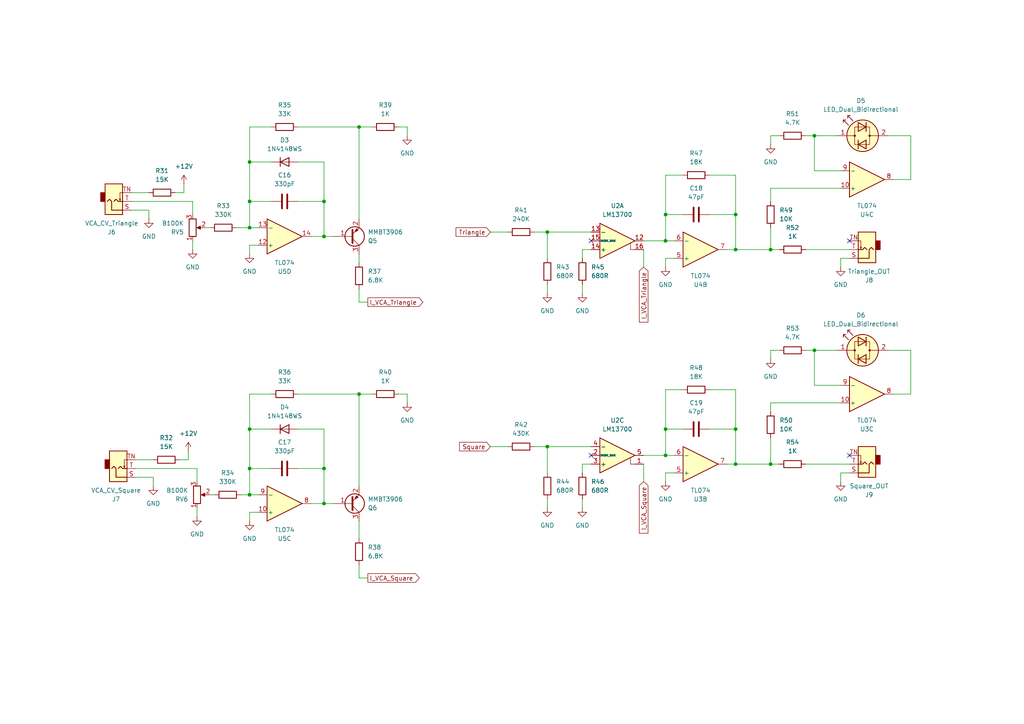
<source format=kicad_sch>
(kicad_sch (version 20250114) (generator "eeschema") (generator_version "9.0")
  (paper "A4")
  (lib_symbols
    (symbol "Amplifier_Operational:LM13700" (pin_names (offset 0.127))
      (property "Reference" "U" (at 3.81 5.08 0))
      (property "Value" "LM13700" (at 5.08 -5.08 0))
      (symbol "LM13700_1_1"
        (polyline (pts (xy 3.81 -0.635) (xy 3.81 -2.54) (xy 5.08 -2.54)))
        (polyline (pts (xy 5.08 0) (xy -5.08 -5.08) (xy -5.08 5.08) (xy 5.08 0)) (stroke (width 0.254)) (fill (type background)))
        (pin input line (at -7.62 2.54 0) (length 2.54) (name "-") (number "13"))
        (pin input line (at -7.62 0 0) (length 2.54) (name "DIODE_BIAS") (number "15"))
        (pin input line (at -7.62 -2.54 0) (length 2.54) (name "+") (number "14"))
        (pin output line (at 7.62 0 180) (length 2.54) (name "~") (number "12"))
        (pin input line (at 7.62 -2.54 180) (length 2.54) (name "~") (number "16"))
      )
      (symbol "LM13700_2_0"
        (polyline (pts (xy -1.905 2.54) (xy -3.175 2.54)))
      )
      (symbol "LM13700_2_1"
        (polyline (pts (xy -3.81 1.27) (xy -3.81 -1.27)))
        (polyline (pts (xy -3.81 0.635) (xy -2.54 1.27) (xy -2.54 1.905) (xy -2.54 2.54)))
        (polyline (pts (xy -3.81 -0.635) (xy -2.54 -1.27)))
        (circle (center -2.54 1.905) (radius 0.254) (stroke (width 0.254)) (fill (type outline)))
        (polyline (pts (xy -2.54 0) (xy -2.54 -2.54)))
        (polyline (pts (xy -2.54 -0.635) (xy -1.27 0) (xy -1.27 1.905) (xy -2.54 1.905)))
        (polyline (pts (xy -2.54 -1.27) (xy -3.175 -0.635) (xy -3.175 -1.27) (xy -2.54 -1.27)) (fill (type outline)))
        (polyline (pts (xy -2.54 -1.905) (xy -1.27 -2.54)))
        (polyline (pts (xy -1.27 -2.54) (xy -1.905 -1.905) (xy -1.905 -2.54) (xy -1.27 -2.54)) (fill (type outline)))
        (text "V+" (at -2.54 3.81 0) (effects (font (size 1.27 1.27))))
        (pin input line (at -7.62 0 0) (length 3.81) (name "~") (number "10"))
        (pin output line (at 2.54 -2.54 180) (length 3.81) (name "~") (number "9"))
      )
      (symbol "LM13700_3_1"
        (polyline (pts (xy 3.81 -0.635) (xy 3.81 -2.54) (xy 5.08 -2.54)))
        (polyline (pts (xy 5.08 0) (xy -5.08 -5.08) (xy -5.08 5.08) (xy 5.08 0)) (stroke (width 0.254)) (fill (type background)))
        (pin input line (at -7.62 2.54 0) (length 2.54) (name "-") (number "4"))
        (pin input line (at -7.62 0 0) (length 2.54) (name "DIODE_BIAS") (number "2"))
        (pin input line (at -7.62 -2.54 0) (length 2.54) (name "+") (number "3"))
        (pin output line (at 7.62 0 180) (length 2.54) (name "~") (number "5"))
        (pin input line (at 7.62 -2.54 180) (length 2.54) (name "~") (number "1"))
      )
      (symbol "LM13700_4_0"
        (polyline (pts (xy -3.175 2.54) (xy -1.905 2.54)))
        (text "V+" (at -2.54 3.81 0) (effects (font (size 1.27 1.27))))
      )
      (symbol "LM13700_4_1"
        (polyline (pts (xy -3.81 1.27) (xy -3.81 -1.27)))
        (polyline (pts (xy -3.81 0.635) (xy -2.54 1.27) (xy -2.54 2.54)))
        (polyline (pts (xy -3.81 -0.635) (xy -2.54 -1.27)))
        (circle (center -2.54 1.905) (radius 0.254) (stroke (width 0.254)) (fill (type outline)))
        (polyline (pts (xy -2.54 0) (xy -2.54 -2.54)))
        (polyline (pts (xy -2.54 -0.635) (xy -1.27 0) (xy -1.27 1.905) (xy -2.54 1.905)))
        (polyline (pts (xy -2.54 -1.27) (xy -3.175 -0.635) (xy -3.175 -1.27) (xy -2.54 -1.27)) (fill (type outline)))
        (polyline (pts (xy -2.54 -1.905) (xy -1.27 -2.54)))
        (polyline (pts (xy -1.27 -2.54) (xy -1.905 -1.905) (xy -1.905 -2.54) (xy -1.27 -2.54)) (fill (type outline)))
        (pin input line (at -7.62 0 0) (length 3.81) (name "~") (number "7"))
        (pin output line (at 2.54 -2.54 180) (length 3.81) (name "~") (number "8"))
      )
      (symbol "LM13700_5_1"
        (pin power_in line (at -2.54 7.62 270) (length 3.81) (name "V+") (number "11"))
        (pin power_in line (at -2.54 -7.62 90) (length 3.81) (name "V-") (number "6"))
      )
    )
    (symbol "Amplifier_Operational:TL074" (pin_names (offset 0.127))
      (property "Reference" "U" (at 0 5.08 0))
      (property "Value" "TL074" (at 0 -5.08 0))
      (symbol "TL074_1_1"
        (polyline (pts (xy -5.08 5.08) (xy 5.08 0) (xy -5.08 -5.08) (xy -5.08 5.08)) (stroke (width 0.254)) (fill (type background)))
        (pin input line (at -7.62 2.54 0) (length 2.54) (name "+") (number "3"))
        (pin input line (at -7.62 -2.54 0) (length 2.54) (name "-") (number "2"))
        (pin output line (at 7.62 0 180) (length 2.54) (name "~") (number "1"))
      )
      (symbol "TL074_2_1"
        (polyline (pts (xy -5.08 5.08) (xy 5.08 0) (xy -5.08 -5.08) (xy -5.08 5.08)) (stroke (width 0.254)) (fill (type background)))
        (pin input line (at -7.62 2.54 0) (length 2.54) (name "+") (number "5"))
        (pin input line (at -7.62 -2.54 0) (length 2.54) (name "-") (number "6"))
        (pin output line (at 7.62 0 180) (length 2.54) (name "~") (number "7"))
      )
      (symbol "TL074_3_1"
        (polyline (pts (xy -5.08 5.08) (xy 5.08 0) (xy -5.08 -5.08) (xy -5.08 5.08)) (stroke (width 0.254)) (fill (type background)))
        (pin input line (at -7.62 2.54 0) (length 2.54) (name "+") (number "10"))
        (pin input line (at -7.62 -2.54 0) (length 2.54) (name "-") (number "9"))
        (pin output line (at 7.62 0 180) (length 2.54) (name "~") (number "8"))
      )
      (symbol "TL074_4_1"
        (polyline (pts (xy -5.08 5.08) (xy 5.08 0) (xy -5.08 -5.08) (xy -5.08 5.08)) (stroke (width 0.254)) (fill (type background)))
        (pin input line (at -7.62 2.54 0) (length 2.54) (name "+") (number "12"))
        (pin input line (at -7.62 -2.54 0) (length 2.54) (name "-") (number "13"))
        (pin output line (at 7.62 0 180) (length 2.54) (name "~") (number "14"))
      )
      (symbol "TL074_5_1"
        (pin power_in line (at -2.54 7.62 270) (length 3.81) (name "V+") (number "4"))
        (pin power_in line (at -2.54 -7.62 90) (length 3.81) (name "V-") (number "11"))
      )
    )
    (symbol "Connector_Audio:AudioJack2_SwitchT"
      (property "Reference" "J" (at 0 8.89 0))
      (property "Value" "AudioJack2_SwitchT" (at 0 6.35 0))
      (symbol "AudioJack2_SwitchT_0_1"
        (rectangle (start -2.54 0) (end -3.81 -2.54) (stroke (width 0.254)) (fill (type outline)))
        (polyline (pts (xy 0 0) (xy 0.635 -0.635) (xy 1.27 0) (xy 2.54 0)) (stroke (width 0.254)))
        (polyline (pts (xy 1.778 -0.254) (xy 2.032 -0.762)))
        (rectangle (start 2.54 3.81) (end -2.54 -5.08) (stroke (width 0.254)) (fill (type background)))
        (polyline (pts (xy 2.54 2.54) (xy -0.635 2.54) (xy -0.635 0) (xy -1.27 -0.635) (xy -1.905 0)) (stroke (width 0.254)))
        (polyline (pts (xy 2.54 -2.54) (xy 1.778 -2.54) (xy 1.778 -0.254) (xy 1.524 -0.762)))
      )
      (symbol "AudioJack2_SwitchT_1_1"
        (pin passive line (at 5.08 2.54 180) (length 2.54) (name "~") (number "S"))
        (pin passive line (at 5.08 0 180) (length 2.54) (name "~") (number "T"))
        (pin passive line (at 5.08 -2.54 180) (length 2.54) (name "~") (number "TN"))
      )
    )
    (symbol "Device:C" (pin_numbers (hide yes)) (pin_names (offset 0.254))
      (property "Reference" "C" (at 0.635 2.54 0))
      (property "Value" "C" (at 0.635 -2.54 0))
      (symbol "C_0_1"
        (polyline (pts (xy -2.032 0.762) (xy 2.032 0.762)) (stroke (width 0.508)))
        (polyline (pts (xy -2.032 -0.762) (xy 2.032 -0.762)) (stroke (width 0.508)))
      )
      (symbol "C_1_1"
        (pin passive line (at 0 3.81 270) (length 2.794) (name "~") (number "1"))
        (pin passive line (at 0 -3.81 90) (length 2.794) (name "~") (number "2"))
      )
    )
    (symbol "Device:LED_Dual_Bidirectional" (pin_names (offset 0) (hide yes))
      (property "Reference" "D" (at 0 5.715 0))
      (property "Value" "LED_Dual_Bidirectional" (at 0 -6.35 0))
      (symbol "LED_Dual_Bidirectional_0_1"
        (polyline (pts (xy -4.572 0) (xy -2.54 0)))
        (circle (center -2.032 0) (radius 0.254) (fill (type outline)))
        (polyline (pts (xy -2.032 0) (xy -2.54 0)))
        (polyline (pts (xy -1.016 3.81) (xy -1.016 1.27)) (stroke (width 0.254)))
        (polyline (pts (xy -1.016 -1.27) (xy -1.016 -3.81) (xy 1.27 -2.54) (xy -1.016 -1.27)) (stroke (width 0.254)))
        (circle (center 0 0) (radius 4.572) (stroke (width 0.254)) (fill (type background)))
        (polyline (pts (xy 1.27 3.81) (xy 1.27 1.27) (xy -1.016 2.54) (xy 1.27 3.81)) (stroke (width 0.254)))
        (polyline (pts (xy 1.27 -1.27) (xy 1.27 -3.81)) (stroke (width 0.254)))
        (polyline (pts (xy 2.286 2.54) (xy -2.032 2.54) (xy -2.032 -2.54) (xy 2.286 -2.54) (xy 2.286 2.54)))
        (circle (center 2.286 0) (radius 0.254) (fill (type outline)))
        (polyline (pts (xy 2.794 4.318) (xy 4.318 5.842) (xy 3.556 5.842)) (stroke (width 0.2032)))
        (polyline (pts (xy 4.064 3.048) (xy 5.588 4.572) (xy 4.826 4.572)) (stroke (width 0.2032)))
        (polyline (pts (xy 4.064 0) (xy 2.286 0)) (fill (type outline)))
        (polyline (pts (xy 4.318 5.842) (xy 4.318 5.08)) (stroke (width 0.2032)))
        (polyline (pts (xy 5.588 4.572) (xy 5.588 3.81)) (stroke (width 0.2032)))
      )
      (symbol "LED_Dual_Bidirectional_1_1"
        (pin input line (at -7.62 0 0) (length 3.048) (name "AK") (number "2"))
        (pin input line (at 7.62 0 180) (length 3.81) (name "KA") (number "1"))
      )
    )
    (symbol "Device:R" (pin_numbers (hide yes)) (pin_names (offset 0))
      (property "Reference" "R" (at 2.032 0 90))
      (property "Value" "R" (at 0 0 90))
      (symbol "R_0_1"
        (rectangle (start -1.016 -2.54) (end 1.016 2.54) (stroke (width 0.254)))
      )
      (symbol "R_1_1"
        (pin passive line (at 0 3.81 270) (length 1.27) (name "~") (number "1"))
        (pin passive line (at 0 -3.81 90) (length 1.27) (name "~") (number "2"))
      )
    )
    (symbol "Device:R_Potentiometer" (pin_names (offset 1.016) (hide yes))
      (property "Reference" "RV" (at -4.445 0 90))
      (property "Value" "R_Potentiometer" (at -2.54 0 90))
      (symbol "R_Potentiometer_0_1"
        (rectangle (start 1.016 2.54) (end -1.016 -2.54) (stroke (width 0.254)))
        (polyline (pts (xy 1.143 0) (xy 2.286 0.508) (xy 2.286 -0.508) (xy 1.143 0)) (fill (type outline)))
        (polyline (pts (xy 2.54 0) (xy 1.524 0)))
      )
      (symbol "R_Potentiometer_1_1"
        (pin passive line (at 0 3.81 270) (length 1.27) (name "1") (number "1"))
        (pin passive line (at 0 -3.81 90) (length 1.27) (name "3") (number "3"))
        (pin passive line (at 3.81 0 180) (length 1.27) (name "2") (number "2"))
      )
    )
    (symbol "Diode:1N4148WS" (pin_numbers (hide yes)) (pin_names (hide yes))
      (property "Reference" "D" (at 0 2.54 0))
      (property "Value" "1N4148WS" (at 0 -2.54 0))
      (symbol "1N4148WS_0_1"
        (polyline (pts (xy -1.27 1.27) (xy -1.27 -1.27)) (stroke (width 0.254)))
        (polyline (pts (xy 1.27 1.27) (xy 1.27 -1.27) (xy -1.27 0) (xy 1.27 1.27)) (stroke (width 0.254)))
        (polyline (pts (xy 1.27 0) (xy -1.27 0)))
      )
      (symbol "1N4148WS_1_1"
        (pin passive line (at -3.81 0 0) (length 2.54) (name "K") (number "1"))
        (pin passive line (at 3.81 0 180) (length 2.54) (name "A") (number "2"))
      )
    )
    (symbol "Transistor_BJT:MMBT3906" (pin_names (offset 0) (hide yes))
      (property "Reference" "Q" (at 5.08 1.905 0))
      (property "Value" "MMBT3906" (at 5.08 0 0))
      (symbol "MMBT3906_0_1"
        (polyline (pts (xy 0.635 1.905) (xy 0.635 -1.905) (xy 0.635 -1.905)) (stroke (width 0.508)))
        (polyline (pts (xy 0.635 0.635) (xy 2.54 2.54)))
        (polyline (pts (xy 0.635 -0.635) (xy 2.54 -2.54) (xy 2.54 -2.54)))
        (circle (center 1.27 0) (radius 2.8194) (stroke (width 0.254)))
        (polyline (pts (xy 2.286 -1.778) (xy 1.778 -2.286) (xy 1.27 -1.27) (xy 2.286 -1.778) (xy 2.286 -1.778)) (fill (type outline)))
      )
      (symbol "MMBT3906_1_1"
        (pin input line (at -5.08 0 0) (length 5.715) (name "B") (number "1"))
        (pin passive line (at 2.54 5.08 270) (length 2.54) (name "C") (number "3"))
        (pin passive line (at 2.54 -5.08 90) (length 2.54) (name "E") (number "2"))
      )
    )
    (symbol "power:+12V" (power) (pin_numbers (hide yes)) (pin_names (offset 0) (hide yes))
      (property "Value" "+12V" (at 0 3.556 0))
      (symbol "+12V_0_1"
        (polyline (pts (xy -0.762 1.27) (xy 0 2.54)))
        (polyline (pts (xy 0 2.54) (xy 0.762 1.27)))
        (polyline (pts (xy 0 0) (xy 0 2.54)))
      )
      (symbol "+12V_1_1"
        (pin power_in line (at 0 0 90) (length 0) (name "~") (number "1"))
      )
    )
    (symbol "power:GND" (power) (pin_numbers (hide yes)) (pin_names (offset 0) (hide yes))
      (property "Value" "GND" (at 0 -3.81 0))
      (symbol "GND_0_1"
        (polyline (pts (xy 0 0) (xy 0 -1.27) (xy 1.27 -1.27) (xy 0 -2.54) (xy -1.27 -1.27) (xy 0 -1.27)))
      )
      (symbol "GND_1_1"
        (pin power_in line (at 0 0 270) (length 0) (name "~") (number "1"))
      )
    )
  )
  (junction (at 72.39 143.51))
  (junction (at 72.39 66.04))
  (junction (at 193.04 62.23))
  (junction (at 104.14 36.83))
  (junction (at 193.04 69.85))
  (junction (at 72.39 135.89))
  (junction (at 193.04 124.46))
  (junction (at 213.36 72.39))
  (junction (at 93.98 146.05))
  (junction (at 193.04 132.08))
  (junction (at 213.36 62.23))
  (junction (at 213.36 134.62))
  (junction (at 72.39 46.99))
  (junction (at 93.98 135.89))
  (junction (at 213.36 124.46))
  (junction (at 93.98 68.58))
  (junction (at 158.75 129.54))
  (junction (at 93.98 58.42))
  (junction (at 104.14 114.3))
  (junction (at 223.52 134.62))
  (junction (at 223.52 72.39))
  (junction (at 158.75 67.31))
  (junction (at 72.39 124.46))
  (junction (at 72.39 58.42))
  (junction (at 236.22 101.6))
  (junction (at 236.22 39.37))
  (no_connect (at 171.45 132.08))
  (no_connect (at 171.45 69.85))
  (no_connect (at 246.38 132.08))
  (no_connect (at 246.38 69.85))
  (wire (pts (xy 86.36 135.89) (xy 93.98 135.89)))
  (wire (pts (xy 86.36 46.99) (xy 93.98 46.99)))
  (wire (pts (xy 168.91 134.62) (xy 171.45 134.62)))
  (wire (pts (xy 78.74 114.3) (xy 72.39 114.3)))
  (wire (pts (xy 213.36 72.39) (xy 223.52 72.39)))
  (wire (pts (xy 168.91 72.39) (xy 171.45 72.39)))
  (wire (pts (xy 93.98 68.58) (xy 96.52 68.58)))
  (wire (pts (xy 72.39 71.12) (xy 74.93 71.12)))
  (wire (pts (xy 59.69 66.04) (xy 60.96 66.04)))
  (wire (pts (xy 236.22 49.53) (xy 243.84 49.53)))
  (wire (pts (xy 72.39 148.59) (xy 74.93 148.59)))
  (wire (pts (xy 223.52 72.39) (xy 226.06 72.39)))
  (wire (pts (xy 93.98 68.58) (xy 90.17 68.58)))
  (wire (pts (xy 186.69 132.08) (xy 193.04 132.08)))
  (wire (pts (xy 93.98 58.42) (xy 93.98 68.58)))
  (wire (pts (xy 193.04 50.8) (xy 193.04 62.23)))
  (wire (pts (xy 193.04 132.08) (xy 195.58 132.08)))
  (wire (pts (xy 186.69 134.62) (xy 186.69 139.7)))
  (wire (pts (xy 72.39 58.42) (xy 72.39 66.04)))
  (wire (pts (xy 257.81 101.6) (xy 264.16 101.6)))
  (wire (pts (xy 72.39 124.46) (xy 78.74 124.46)))
  (wire (pts (xy 195.58 137.16) (xy 193.04 137.16)))
  (wire (pts (xy 236.22 101.6) (xy 236.22 111.76)))
  (wire (pts (xy 168.91 137.16) (xy 168.91 134.62)))
  (wire (pts (xy 72.39 66.04) (xy 74.93 66.04)))
  (wire (pts (xy 78.74 58.42) (xy 72.39 58.42)))
  (wire (pts (xy 168.91 82.55) (xy 168.91 85.09)))
  (wire (pts (xy 72.39 114.3) (xy 72.39 124.46)))
  (wire (pts (xy 93.98 146.05) (xy 96.52 146.05)))
  (wire (pts (xy 104.14 114.3) (xy 107.95 114.3)))
  (wire (pts (xy 223.52 116.84) (xy 243.84 116.84)))
  (wire (pts (xy 205.74 50.8) (xy 213.36 50.8)))
  (wire (pts (xy 213.36 124.46) (xy 213.36 134.62)))
  (wire (pts (xy 213.36 50.8) (xy 213.36 62.23)))
  (wire (pts (xy 243.84 74.93) (xy 243.84 77.47)))
  (wire (pts (xy 86.36 114.3) (xy 104.14 114.3)))
  (wire (pts (xy 233.68 134.62) (xy 246.38 134.62)))
  (wire (pts (xy 60.96 143.51) (xy 62.23 143.51)))
  (wire (pts (xy 213.36 113.03) (xy 213.36 124.46)))
  (wire (pts (xy 54.61 133.35) (xy 52.07 133.35)))
  (wire (pts (xy 142.24 129.54) (xy 147.32 129.54)))
  (wire (pts (xy 55.88 58.42) (xy 38.1 58.42)))
  (wire (pts (xy 44.45 138.43) (xy 44.45 140.97)))
  (wire (pts (xy 236.22 111.76) (xy 243.84 111.76)))
  (wire (pts (xy 205.74 113.03) (xy 213.36 113.03)))
  (wire (pts (xy 44.45 133.35) (xy 39.37 133.35)))
  (wire (pts (xy 210.82 72.39) (xy 213.36 72.39)))
  (wire (pts (xy 186.69 72.39) (xy 186.69 77.47)))
  (wire (pts (xy 158.75 129.54) (xy 171.45 129.54)))
  (wire (pts (xy 142.24 67.31) (xy 147.32 67.31)))
  (wire (pts (xy 68.58 66.04) (xy 72.39 66.04)))
  (wire (pts (xy 86.36 58.42) (xy 93.98 58.42)))
  (wire (pts (xy 104.14 73.66) (xy 104.14 76.2)))
  (wire (pts (xy 233.68 72.39) (xy 246.38 72.39)))
  (wire (pts (xy 198.12 50.8) (xy 193.04 50.8)))
  (wire (pts (xy 264.16 101.6) (xy 264.16 114.3)))
  (wire (pts (xy 72.39 46.99) (xy 78.74 46.99)))
  (wire (pts (xy 226.06 39.37) (xy 223.52 39.37)))
  (wire (pts (xy 93.98 124.46) (xy 93.98 135.89)))
  (wire (pts (xy 154.94 129.54) (xy 158.75 129.54)))
  (wire (pts (xy 186.69 69.85) (xy 193.04 69.85)))
  (wire (pts (xy 154.94 67.31) (xy 158.75 67.31)))
  (wire (pts (xy 118.11 36.83) (xy 118.11 39.37)))
  (wire (pts (xy 264.16 39.37) (xy 264.16 52.07)))
  (wire (pts (xy 193.04 74.93) (xy 193.04 77.47)))
  (wire (pts (xy 257.81 39.37) (xy 264.16 39.37)))
  (wire (pts (xy 43.18 55.88) (xy 38.1 55.88)))
  (wire (pts (xy 236.22 39.37) (xy 236.22 49.53)))
  (wire (pts (xy 233.68 39.37) (xy 236.22 39.37)))
  (wire (pts (xy 198.12 113.03) (xy 193.04 113.03)))
  (wire (pts (xy 233.68 101.6) (xy 236.22 101.6)))
  (wire (pts (xy 86.36 36.83) (xy 104.14 36.83)))
  (wire (pts (xy 243.84 137.16) (xy 243.84 139.7)))
  (wire (pts (xy 223.52 127) (xy 223.52 134.62)))
  (wire (pts (xy 193.04 137.16) (xy 193.04 139.7)))
  (wire (pts (xy 72.39 143.51) (xy 74.93 143.51)))
  (wire (pts (xy 55.88 62.23) (xy 55.88 58.42)))
  (wire (pts (xy 93.98 46.99) (xy 93.98 58.42)))
  (wire (pts (xy 242.57 39.37) (xy 236.22 39.37)))
  (wire (pts (xy 104.14 167.64) (xy 104.14 163.83)))
  (wire (pts (xy 198.12 62.23) (xy 193.04 62.23)))
  (wire (pts (xy 57.15 147.32) (xy 57.15 149.86)))
  (wire (pts (xy 246.38 137.16) (xy 243.84 137.16)))
  (wire (pts (xy 115.57 36.83) (xy 118.11 36.83)))
  (wire (pts (xy 226.06 101.6) (xy 223.52 101.6)))
  (wire (pts (xy 264.16 52.07) (xy 259.08 52.07)))
  (wire (pts (xy 57.15 135.89) (xy 39.37 135.89)))
  (wire (pts (xy 158.75 137.16) (xy 158.75 129.54)))
  (wire (pts (xy 198.12 124.46) (xy 193.04 124.46)))
  (wire (pts (xy 72.39 135.89) (xy 72.39 143.51)))
  (wire (pts (xy 93.98 146.05) (xy 90.17 146.05)))
  (wire (pts (xy 72.39 73.66) (xy 72.39 71.12)))
  (wire (pts (xy 104.14 87.63) (xy 104.14 83.82)))
  (wire (pts (xy 223.52 54.61) (xy 243.84 54.61)))
  (wire (pts (xy 72.39 36.83) (xy 72.39 46.99)))
  (wire (pts (xy 223.52 39.37) (xy 223.52 41.91)))
  (wire (pts (xy 57.15 139.7) (xy 57.15 135.89)))
  (wire (pts (xy 106.68 167.64) (xy 104.14 167.64)))
  (wire (pts (xy 69.85 143.51) (xy 72.39 143.51)))
  (wire (pts (xy 242.57 101.6) (xy 236.22 101.6)))
  (wire (pts (xy 168.91 144.78) (xy 168.91 147.32)))
  (wire (pts (xy 158.75 82.55) (xy 158.75 85.09)))
  (wire (pts (xy 223.52 58.42) (xy 223.52 54.61)))
  (wire (pts (xy 72.39 124.46) (xy 72.39 135.89)))
  (wire (pts (xy 223.52 119.38) (xy 223.52 116.84)))
  (wire (pts (xy 104.14 36.83) (xy 104.14 63.5)))
  (wire (pts (xy 118.11 114.3) (xy 118.11 116.84)))
  (wire (pts (xy 193.04 113.03) (xy 193.04 124.46)))
  (wire (pts (xy 195.58 74.93) (xy 193.04 74.93)))
  (wire (pts (xy 168.91 74.93) (xy 168.91 72.39)))
  (wire (pts (xy 39.37 138.43) (xy 44.45 138.43)))
  (wire (pts (xy 38.1 60.96) (xy 43.18 60.96)))
  (wire (pts (xy 205.74 124.46) (xy 213.36 124.46)))
  (wire (pts (xy 86.36 124.46) (xy 93.98 124.46)))
  (wire (pts (xy 72.39 151.13) (xy 72.39 148.59)))
  (wire (pts (xy 93.98 135.89) (xy 93.98 146.05)))
  (wire (pts (xy 53.34 55.88) (xy 50.8 55.88)))
  (wire (pts (xy 104.14 151.13) (xy 104.14 156.21)))
  (wire (pts (xy 55.88 69.85) (xy 55.88 72.39)))
  (wire (pts (xy 223.52 66.04) (xy 223.52 72.39)))
  (wire (pts (xy 158.75 67.31) (xy 171.45 67.31)))
  (wire (pts (xy 53.34 53.34) (xy 53.34 55.88)))
  (wire (pts (xy 78.74 36.83) (xy 72.39 36.83)))
  (wire (pts (xy 193.04 124.46) (xy 193.04 132.08)))
  (wire (pts (xy 223.52 101.6) (xy 223.52 104.14)))
  (wire (pts (xy 115.57 114.3) (xy 118.11 114.3)))
  (wire (pts (xy 193.04 69.85) (xy 195.58 69.85)))
  (wire (pts (xy 78.74 135.89) (xy 72.39 135.89)))
  (wire (pts (xy 246.38 74.93) (xy 243.84 74.93)))
  (wire (pts (xy 43.18 60.96) (xy 43.18 63.5)))
  (wire (pts (xy 106.68 87.63) (xy 104.14 87.63)))
  (wire (pts (xy 264.16 114.3) (xy 259.08 114.3)))
  (wire (pts (xy 72.39 46.99) (xy 72.39 58.42)))
  (wire (pts (xy 205.74 62.23) (xy 213.36 62.23)))
  (wire (pts (xy 158.75 74.93) (xy 158.75 67.31)))
  (wire (pts (xy 210.82 134.62) (xy 213.36 134.62)))
  (wire (pts (xy 223.52 134.62) (xy 226.06 134.62)))
  (wire (pts (xy 158.75 144.78) (xy 158.75 147.32)))
  (wire (pts (xy 193.04 62.23) (xy 193.04 69.85)))
  (wire (pts (xy 54.61 130.81) (xy 54.61 133.35)))
  (wire (pts (xy 213.36 62.23) (xy 213.36 72.39)))
  (wire (pts (xy 104.14 114.3) (xy 104.14 140.97)))
  (wire (pts (xy 213.36 134.62) (xy 223.52 134.62)))
  (wire (pts (xy 104.14 36.83) (xy 107.95 36.83)))
  (global_label "I_VCA_Square" (shape input) (at 186.69 139.7 270) (property "Intersheetrefs" "${INTERSHEET_REFS}" (effects (hide yes))))
  (global_label "I_VCA_Triangle" (shape input) (at 186.69 77.47 270) (property "Intersheetrefs" "${INTERSHEET_REFS}" (effects (hide yes))))
  (global_label "Triangle" (shape input) (at 142.24 67.31 180) (property "Intersheetrefs" "${INTERSHEET_REFS}" (effects (hide yes))))
  (global_label "I_VCA_Square" (shape output) (at 106.68 167.64 0) (property "Intersheetrefs" "${INTERSHEET_REFS}" (effects (hide yes))))
  (global_label "Square" (shape input) (at 142.24 129.54 180) (property "Intersheetrefs" "${INTERSHEET_REFS}" (effects (hide yes))))
  (global_label "I_VCA_Triangle" (shape output) (at 106.68 87.63 0) (property "Intersheetrefs" "${INTERSHEET_REFS}" (effects (hide yes))))
  (symbol (lib_id "power:GND") (at 158.75 85.09 0) (unit 1)
    (property "Reference" "#PWR049" (effects (hide yes)))
    (property "Value" "GND" (at 158.75 90.17 0))
    (property "Description" "Power symbol creates a global label with name \"GND\" , ground" (effects (hide yes)))
  )
  (symbol (lib_id "power:GND") (at 72.39 73.66 0) (unit 1)
    (property "Reference" "#PWR045" (effects (hide yes)))
    (property "Value" "GND" (at 72.39 78.74 0))
    (property "Description" "Power symbol creates a global label with name \"GND\" , ground" (effects (hide yes)))
  )
  (symbol (lib_id "power:GND") (at 243.84 139.7 0) (unit 1)
    (property "Reference" "#PWR058" (effects (hide yes)))
    (property "Value" "GND" (at 243.84 144.78 0))
    (property "Description" "Power symbol creates a global label with name \"GND\" , ground" (effects (hide yes)))
  )
  (symbol (lib_id "power:GND") (at 72.39 151.13 0) (unit 1)
    (property "Reference" "#PWR046" (effects (hide yes)))
    (property "Value" "GND" (at 72.39 156.21 0))
    (property "Description" "Power symbol creates a global label with name \"GND\" , ground" (effects (hide yes)))
  )
  (symbol (lib_id "Device:C") (at 82.55 58.42 90) (unit 1)
    (property "Reference" "C16" (at 82.55 50.8 90))
    (property "Value" "330pF" (at 82.55 53.34 90))
    (property "Footprint" "Capacitor_SMD:C_0402_1005Metric" (effects (hide yes)))
    (property "Description" "Unpolarized capacitor" (effects (hide yes)))
    (property "LCSC" "C13533" (effects (hide yes)))
  )
  (symbol (lib_id "power:GND") (at 193.04 139.7 0) (unit 1)
    (property "Reference" "#PWR054" (effects (hide yes)))
    (property "Value" "GND" (at 193.04 144.78 0))
    (property "Description" "Power symbol creates a global label with name \"GND\" , ground" (effects (hide yes)))
  )
  (symbol (lib_id "Device:R") (at 168.91 78.74 0) (unit 1)
    (property "Reference" "R45" (at 171.45 77.4699 0) (effects (justify left)))
    (property "Value" "680R" (at 171.45 80.0099 0) (effects (justify left)))
    (property "Footprint" "Resistor_SMD:R_0402_1005Metric" (effects (hide yes)))
    (property "Description" "Resistor" (effects (hide yes)))
    (property "LCSC" "C25130" (effects (hide yes)))
  )
  (symbol (lib_id "Device:R") (at 201.93 50.8 90) (unit 1)
    (property "Reference" "R47" (at 201.93 44.45 90))
    (property "Value" "18K" (at 201.93 46.99 90))
    (property "Footprint" "Resistor_SMD:R_0402_1005Metric" (effects (hide yes)))
    (property "Description" "Resistor" (effects (hide yes)))
    (property "LCSC" "C25762" (effects (hide yes)))
  )
  (symbol (lib_id "Device:R") (at 229.87 101.6 90) (unit 1)
    (property "Reference" "R53" (at 229.87 95.25 90))
    (property "Value" "4.7K" (at 229.87 97.79 90))
    (property "Footprint" "Resistor_SMD:R_0402_1005Metric" (effects (hide yes)))
    (property "Description" "Resistor" (effects (hide yes)))
    (property "LCSC" "C25900" (effects (hide yes)))
  )
  (symbol (lib_id "Amplifier_Operational:TL074") (at 251.46 52.07 0) (mirror x) (unit 3)
    (property "Reference" "U4" (at 251.46 62.23 0))
    (property "Value" "TL074" (at 251.46 59.69 0))
    (property "Footprint" "Package_SO:SOIC-14_3.9x8.7mm_P1.27mm" (effects (hide yes)))
    (property "Datasheet" "http://www.ti.com/lit/ds/symlink/tl071.pdf" (effects (hide yes)))
    (property "Description" "Quad Low-Noise JFET-Input Operational Amplifiers, DIP-14/SOIC-14" (effects (hide yes)))
    (property "LCSC" "C12594" (effects (hide yes)))
  )
  (symbol (lib_id "Device:C") (at 82.55 135.89 90) (unit 1)
    (property "Reference" "C17" (at 82.55 128.27 90))
    (property "Value" "330pF" (at 82.55 130.81 90))
    (property "Footprint" "Capacitor_SMD:C_0402_1005Metric" (effects (hide yes)))
    (property "Description" "Unpolarized capacitor" (effects (hide yes)))
    (property "LCSC" "C13533" (effects (hide yes)))
  )
  (symbol (lib_id "Device:R") (at 229.87 72.39 90) (unit 1)
    (property "Reference" "R52" (at 229.87 66.04 90))
    (property "Value" "1K" (at 229.87 68.58 90))
    (property "Footprint" "Resistor_SMD:R_0402_1005Metric" (effects (hide yes)))
    (property "Description" "Resistor" (effects (hide yes)))
    (property "LCSC" "C11702" (effects (hide yes)))
  )
  (symbol (lib_id "Transistor_BJT:MMBT3906") (at 101.6 146.05 0) (mirror x) (unit 1)
    (property "Reference" "Q6" (at 106.68 147.3201 0) (effects (justify left)))
    (property "Value" "MMBT3906" (at 106.68 144.7801 0) (effects (justify left)))
    (property "Footprint" "Package_TO_SOT_SMD:SOT-23" (effects (hide yes)))
    (property "Datasheet" "https://www.onsemi.com/pdf/datasheet/pzt3906-d.pdf" (effects (hide yes)))
    (property "Description" "-0.2A Ic, -40V Vce, Small Signal PNP Transistor, SOT-23" (effects (hide yes)))
    (property "LCSC" "C7420354" (effects (hide yes)))
  )
  (symbol (lib_id "Connector_Audio:AudioJack2_SwitchT") (at 251.46 134.62 180) (unit 1)
    (property "Reference" "J9" (at 252.095 143.51 0))
    (property "Value" "Square_OUT" (at 252.095 140.97 0))
    (property "Footprint" "kat_eurorack:AudioJack_PJ301M-12" (effects (hide yes)))
    (property "Description" "Audio Jack, 2 Poles (Mono / TS), Switched T Pole (Normalling)" (effects (hide yes)))
  )
  (symbol (lib_id "Amplifier_Operational:TL074") (at 203.2 72.39 0) (mirror x) (unit 2)
    (property "Reference" "U4" (at 203.2 82.55 0))
    (property "Value" "TL074" (at 203.2 80.01 0))
    (property "Footprint" "Package_SO:SOIC-14_3.9x8.7mm_P1.27mm" (effects (hide yes)))
    (property "Datasheet" "http://www.ti.com/lit/ds/symlink/tl071.pdf" (effects (hide yes)))
    (property "Description" "Quad Low-Noise JFET-Input Operational Amplifiers, DIP-14/SOIC-14" (effects (hide yes)))
    (property "LCSC" "C12594" (effects (hide yes)))
  )
  (symbol (lib_id "Device:R") (at 158.75 78.74 0) (unit 1)
    (property "Reference" "R43" (at 161.29 77.4699 0) (effects (justify left)))
    (property "Value" "680R" (at 161.29 80.0099 0) (effects (justify left)))
    (property "Footprint" "Resistor_SMD:R_0402_1005Metric" (effects (hide yes)))
    (property "Description" "Resistor" (effects (hide yes)))
    (property "LCSC" "C25130" (effects (hide yes)))
  )
  (symbol (lib_id "Diode:1N4148WS") (at 82.55 46.99 0) (unit 1)
    (property "Reference" "D3" (at 82.55 40.64 0))
    (property "Value" "1N4148WS" (at 82.55 43.18 0))
    (property "Footprint" "Diode_SMD:D_SOD-323" (effects (hide yes)))
    (property "Datasheet" "https://www.vishay.com/docs/85751/1n4148ws.pdf" (effects (hide yes)))
    (property "Description" "75V 0.15A Fast switching Diode, SOD-323" (effects (hide yes)))
    (property "Sim.Device" "D" (effects (hide yes)))
    (property "Sim.Pins" "1=K 2=A" (effects (hide yes)))
    (property "LCSC" "C2128" (effects (hide yes)))
  )
  (symbol (lib_id "Diode:1N4148WS") (at 82.55 124.46 0) (unit 1)
    (property "Reference" "D4" (at 82.55 118.11 0))
    (property "Value" "1N4148WS" (at 82.55 120.65 0))
    (property "Footprint" "Diode_SMD:D_SOD-323" (effects (hide yes)))
    (property "Datasheet" "https://www.vishay.com/docs/85751/1n4148ws.pdf" (effects (hide yes)))
    (property "Description" "75V 0.15A Fast switching Diode, SOD-323" (effects (hide yes)))
    (property "Sim.Device" "D" (effects (hide yes)))
    (property "Sim.Pins" "1=K 2=A" (effects (hide yes)))
    (property "LCSC" "C2128" (effects (hide yes)))
  )
  (symbol (lib_id "Device:R") (at 111.76 36.83 90) (unit 1)
    (property "Reference" "R39" (at 111.76 30.48 90))
    (property "Value" "1K" (at 111.76 33.02 90))
    (property "Footprint" "Resistor_SMD:R_0402_1005Metric" (effects (hide yes)))
    (property "Description" "Resistor" (effects (hide yes)))
    (property "LCSC" "C11702" (effects (hide yes)))
  )
  (symbol (lib_id "Device:R") (at 46.99 55.88 90) (unit 1)
    (property "Reference" "R31" (at 46.99 49.53 90))
    (property "Value" "15K" (at 46.99 52.07 90))
    (property "Footprint" "Resistor_SMD:R_0603_1608Metric" (effects (hide yes)))
    (property "Description" "Resistor" (effects (hide yes)))
    (property "LCSC" "C22809" (effects (hide yes)))
  )
  (symbol (lib_id "power:GND") (at 193.04 77.47 0) (unit 1)
    (property "Reference" "#PWR053" (effects (hide yes)))
    (property "Value" "GND" (at 193.04 82.55 0))
    (property "Description" "Power symbol creates a global label with name \"GND\" , ground" (effects (hide yes)))
  )
  (symbol (lib_id "Device:R") (at 104.14 160.02 0) (unit 1)
    (property "Reference" "R38" (at 106.68 158.7499 0) (effects (justify left)))
    (property "Value" "6.8K" (at 106.68 161.2899 0) (effects (justify left)))
    (property "Footprint" "Resistor_SMD:R_0402_1005Metric" (effects (hide yes)))
    (property "Description" "Resistor" (effects (hide yes)))
    (property "LCSC" "C25917" (effects (hide yes)))
  )
  (symbol (lib_id "Device:R") (at 48.26 133.35 90) (unit 1)
    (property "Reference" "R32" (at 48.26 127 90))
    (property "Value" "15K" (at 48.26 129.54 90))
    (property "Footprint" "Resistor_SMD:R_0603_1608Metric" (effects (hide yes)))
    (property "Description" "Resistor" (effects (hide yes)))
    (property "LCSC" "C22809" (effects (hide yes)))
  )
  (symbol (lib_id "Connector_Audio:AudioJack2_SwitchT") (at 33.02 58.42 0) (mirror x) (unit 1)
    (property "Reference" "J6" (at 32.385 67.31 0))
    (property "Value" "VCA_CV_Triangle" (at 32.385 64.77 0))
    (property "Footprint" "kat_eurorack:AudioJack_PJ301M-12" (effects (hide yes)))
    (property "Description" "Audio Jack, 2 Poles (Mono / TS), Switched T Pole (Normalling)" (effects (hide yes)))
  )
  (symbol (lib_id "power:+12V") (at 53.34 53.34 0) (unit 1)
    (property "Reference" "#PWR041" (effects (hide yes)))
    (property "Value" "+12V" (at 53.34 48.26 0))
    (property "Description" "Power symbol creates a global label with name \"+12V\"" (effects (hide yes)))
  )
  (symbol (lib_id "Amplifier_Operational:LM13700") (at 179.07 132.08 0) (unit 3)
    (property "Reference" "U2" (at 179.07 121.92 0))
    (property "Value" "LM13700" (at 179.07 124.46 0))
    (property "Footprint" "Package_SO:SOIC-16_3.9x9.9mm_P1.27mm" (effects (hide yes)))
    (property "Datasheet" "http://www.ti.com/lit/ds/symlink/lm13700.pdf" (effects (hide yes)))
    (property "Description" "Dual Operational Transconductance Amplifiers with Linearizing Diodes and Buffers, DIP-16/SOIC-16" (effects (hide yes)))
    (property "LCSC" "C174050" (effects (hide yes)))
  )
  (symbol (lib_id "Amplifier_Operational:TL074") (at 203.2 134.62 0) (mirror x) (unit 2)
    (property "Reference" "U3" (at 203.2 144.78 0))
    (property "Value" "TL074" (at 203.2 142.24 0))
    (property "Footprint" "Package_SO:SOIC-14_3.9x8.7mm_P1.27mm" (effects (hide yes)))
    (property "Datasheet" "http://www.ti.com/lit/ds/symlink/tl071.pdf" (effects (hide yes)))
    (property "Description" "Quad Low-Noise JFET-Input Operational Amplifiers, DIP-14/SOIC-14" (effects (hide yes)))
    (property "LCSC" "C12594" (effects (hide yes)))
  )
  (symbol (lib_id "Device:LED_Dual_Bidirectional") (at 250.19 101.6 0) (mirror y) (unit 1)
    (property "Reference" "D6" (at 249.6947 91.44 0))
    (property "Value" "LED_Dual_Bidirectional" (at 249.6947 93.98 0))
    (property "Footprint" "LED_THT:LED_D3.0mm" (effects (hide yes)))
    (property "Description" "Dual LED, bidirectional" (effects (hide yes)))
  )
  (symbol (lib_id "Device:R") (at 82.55 114.3 90) (unit 1)
    (property "Reference" "R36" (at 82.55 107.95 90))
    (property "Value" "33K" (at 82.55 110.49 90))
    (property "Footprint" "Resistor_SMD:R_0402_1005Metric" (effects (hide yes)))
    (property "Description" "Resistor" (effects (hide yes)))
    (property "LCSC" "C25779" (effects (hide yes)))
  )
  (symbol (lib_id "Device:R") (at 223.52 62.23 180) (unit 1)
    (property "Reference" "R49" (at 226.06 60.9599 0) (effects (justify right)))
    (property "Value" "10K" (at 226.06 63.4999 0) (effects (justify right)))
    (property "Footprint" "Resistor_SMD:R_0402_1005Metric" (effects (hide yes)))
    (property "Description" "Resistor" (effects (hide yes)))
    (property "LCSC" "C25744" (effects (hide yes)))
  )
  (symbol (lib_id "power:GND") (at 168.91 85.09 0) (unit 1)
    (property "Reference" "#PWR051" (effects (hide yes)))
    (property "Value" "GND" (at 168.91 90.17 0))
    (property "Description" "Power symbol creates a global label with name \"GND\" , ground" (effects (hide yes)))
  )
  (symbol (lib_id "Device:R") (at 64.77 66.04 90) (unit 1)
    (property "Reference" "R33" (at 64.77 59.69 90))
    (property "Value" "330K" (at 64.77 62.23 90))
    (property "Footprint" "Resistor_SMD:R_0402_1005Metric" (effects (hide yes)))
    (property "Description" "Resistor" (effects (hide yes)))
    (property "LCSC" "C25778" (effects (hide yes)))
  )
  (symbol (lib_id "power:GND") (at 223.52 41.91 0) (unit 1)
    (property "Reference" "#PWR055" (effects (hide yes)))
    (property "Value" "GND" (at 223.52 46.99 0))
    (property "Description" "Power symbol creates a global label with name \"GND\" , ground" (effects (hide yes)))
  )
  (symbol (lib_id "Connector_Audio:AudioJack2_SwitchT") (at 34.29 135.89 0) (mirror x) (unit 1)
    (property "Reference" "J7" (at 33.655 144.78 0))
    (property "Value" "VCA_CV_Square" (at 33.655 142.24 0))
    (property "Footprint" "kat_eurorack:AudioJack_PJ301M-12" (effects (hide yes)))
    (property "Description" "Audio Jack, 2 Poles (Mono / TS), Switched T Pole (Normalling)" (effects (hide yes)))
  )
  (symbol (lib_id "Amplifier_Operational:TL074") (at 82.55 68.58 0) (mirror x) (unit 4)
    (property "Reference" "U5" (at 82.55 78.74 0))
    (property "Value" "TL074" (at 82.55 76.2 0))
    (property "Footprint" "Package_SO:SOIC-14_3.9x8.7mm_P1.27mm" (effects (hide yes)))
    (property "Datasheet" "http://www.ti.com/lit/ds/symlink/tl071.pdf" (effects (hide yes)))
    (property "Description" "Quad Low-Noise JFET-Input Operational Amplifiers, DIP-14/SOIC-14" (effects (hide yes)))
    (property "LCSC" "C12594" (effects (hide yes)))
  )
  (symbol (lib_id "Device:R_Potentiometer") (at 57.15 143.51 0) (mirror x) (unit 1)
    (property "Reference" "RV6" (at 54.61 144.7801 0) (effects (justify right)))
    (property "Value" "B100K" (at 54.61 142.2401 0) (effects (justify right)))
    (property "Footprint" "kat_eurorack:Potentiometer_RV09" (effects (hide yes)))
    (property "Description" "Potentiometer" (effects (hide yes)))
  )
  (symbol (lib_id "Device:R") (at 151.13 129.54 90) (unit 1)
    (property "Reference" "R42" (at 151.13 123.19 90))
    (property "Value" "430K" (at 151.13 125.73 90))
    (property "Footprint" "Resistor_SMD:R_0603_1608Metric" (effects (hide yes)))
    (property "Description" "Resistor" (effects (hide yes)))
    (property "LCSC" "C25969" (effects (hide yes)))
  )
  (symbol (lib_id "Device:R") (at 158.75 140.97 0) (unit 1)
    (property "Reference" "R44" (at 161.29 139.6999 0) (effects (justify left)))
    (property "Value" "680R" (at 161.29 142.2399 0) (effects (justify left)))
    (property "Footprint" "Resistor_SMD:R_0402_1005Metric" (effects (hide yes)))
    (property "Description" "Resistor" (effects (hide yes)))
    (property "LCSC" "C25130" (effects (hide yes)))
  )
  (symbol (lib_id "power:GND") (at 118.11 39.37 0) (unit 1)
    (property "Reference" "#PWR047" (effects (hide yes)))
    (property "Value" "GND" (at 118.11 44.45 0))
    (property "Description" "Power symbol creates a global label with name \"GND\" , ground" (effects (hide yes)))
  )
  (symbol (lib_id "Device:R") (at 151.13 67.31 90) (unit 1)
    (property "Reference" "R41" (at 151.13 60.96 90))
    (property "Value" "240K" (at 151.13 63.5 90))
    (property "Footprint" "Resistor_SMD:R_0603_1608Metric" (effects (hide yes)))
    (property "Description" "Resistor" (effects (hide yes)))
    (property "LCSC" "C4197" (effects (hide yes)))
  )
  (symbol (lib_id "power:+12V") (at 54.61 130.81 0) (unit 1)
    (property "Reference" "#PWR042" (effects (hide yes)))
    (property "Value" "+12V" (at 54.61 125.73 0))
    (property "Description" "Power symbol creates a global label with name \"+12V\"" (effects (hide yes)))
  )
  (symbol (lib_id "power:GND") (at 118.11 116.84 0) (unit 1)
    (property "Reference" "#PWR048" (effects (hide yes)))
    (property "Value" "GND" (at 118.11 121.92 0))
    (property "Description" "Power symbol creates a global label with name \"GND\" , ground" (effects (hide yes)))
  )
  (symbol (lib_id "power:GND") (at 223.52 104.14 0) (unit 1)
    (property "Reference" "#PWR056" (effects (hide yes)))
    (property "Value" "GND" (at 223.52 109.22 0))
    (property "Description" "Power symbol creates a global label with name \"GND\" , ground" (effects (hide yes)))
  )
  (symbol (lib_id "Connector_Audio:AudioJack2_SwitchT") (at 251.46 72.39 180) (unit 1)
    (property "Reference" "J8" (at 252.095 81.28 0))
    (property "Value" "Triangle_OUT" (at 252.095 78.74 0))
    (property "Footprint" "kat_eurorack:AudioJack_PJ301M-12" (effects (hide yes)))
    (property "Description" "Audio Jack, 2 Poles (Mono / TS), Switched T Pole (Normalling)" (effects (hide yes)))
  )
  (symbol (lib_id "power:GND") (at 43.18 63.5 0) (unit 1)
    (property "Reference" "#PWR039" (effects (hide yes)))
    (property "Value" "GND" (at 43.18 68.58 0))
    (property "Description" "Power symbol creates a global label with name \"GND\" , ground" (effects (hide yes)))
  )
  (symbol (lib_id "power:GND") (at 243.84 77.47 0) (unit 1)
    (property "Reference" "#PWR057" (effects (hide yes)))
    (property "Value" "GND" (at 243.84 82.55 0))
    (property "Description" "Power symbol creates a global label with name \"GND\" , ground" (effects (hide yes)))
  )
  (symbol (lib_id "Device:C") (at 201.93 62.23 90) (unit 1)
    (property "Reference" "C18" (at 201.93 54.61 90))
    (property "Value" "47pF" (at 201.93 57.15 90))
    (property "Footprint" "Capacitor_SMD:C_0402_1005Metric" (effects (hide yes)))
    (property "Description" "Unpolarized capacitor" (effects (hide yes)))
    (property "LCSC" "C1567" (effects (hide yes)))
  )
  (symbol (lib_id "Device:R") (at 82.55 36.83 90) (unit 1)
    (property "Reference" "R35" (at 82.55 30.48 90))
    (property "Value" "33K" (at 82.55 33.02 90))
    (property "Footprint" "Resistor_SMD:R_0402_1005Metric" (effects (hide yes)))
    (property "Description" "Resistor" (effects (hide yes)))
    (property "LCSC" "C25779" (effects (hide yes)))
  )
  (symbol (lib_id "Device:R") (at 229.87 39.37 90) (unit 1)
    (property "Reference" "R51" (at 229.87 33.02 90))
    (property "Value" "4.7K" (at 229.87 35.56 90))
    (property "Footprint" "Resistor_SMD:R_0402_1005Metric" (effects (hide yes)))
    (property "Description" "Resistor" (effects (hide yes)))
    (property "LCSC" "C25900" (effects (hide yes)))
  )
  (symbol (lib_id "power:GND") (at 158.75 147.32 0) (unit 1)
    (property "Reference" "#PWR050" (effects (hide yes)))
    (property "Value" "GND" (at 158.75 152.4 0))
    (property "Description" "Power symbol creates a global label with name \"GND\" , ground" (effects (hide yes)))
  )
  (symbol (lib_id "Device:R") (at 66.04 143.51 90) (unit 1)
    (property "Reference" "R34" (at 66.04 137.16 90))
    (property "Value" "330K" (at 66.04 139.7 90))
    (property "Footprint" "Resistor_SMD:R_0402_1005Metric" (effects (hide yes)))
    (property "Description" "Resistor" (effects (hide yes)))
    (property "LCSC" "C25778" (effects (hide yes)))
  )
  (symbol (lib_id "power:GND") (at 57.15 149.86 0) (unit 1)
    (property "Reference" "#PWR044" (effects (hide yes)))
    (property "Value" "GND" (at 57.15 154.94 0))
    (property "Description" "Power symbol creates a global label with name \"GND\" , ground" (effects (hide yes)))
  )
  (symbol (lib_id "Amplifier_Operational:LM13700") (at 179.07 69.85 0) (unit 1)
    (property "Reference" "U2" (at 179.07 59.69 0))
    (property "Value" "LM13700" (at 179.07 62.23 0))
    (property "Footprint" "Package_SO:SOIC-16_3.9x9.9mm_P1.27mm" (effects (hide yes)))
    (property "Datasheet" "http://www.ti.com/lit/ds/symlink/lm13700.pdf" (effects (hide yes)))
    (property "Description" "Dual Operational Transconductance Amplifiers with Linearizing Diodes and Buffers, DIP-16/SOIC-16" (effects (hide yes)))
    (property "LCSC" "C174050" (effects (hide yes)))
  )
  (symbol (lib_id "Transistor_BJT:MMBT3906") (at 101.6 68.58 0) (mirror x) (unit 1)
    (property "Reference" "Q5" (at 106.68 69.8501 0) (effects (justify left)))
    (property "Value" "MMBT3906" (at 106.68 67.3101 0) (effects (justify left)))
    (property "Footprint" "Package_TO_SOT_SMD:SOT-23" (effects (hide yes)))
    (property "Datasheet" "https://www.onsemi.com/pdf/datasheet/pzt3906-d.pdf" (effects (hide yes)))
    (property "Description" "-0.2A Ic, -40V Vce, Small Signal PNP Transistor, SOT-23" (effects (hide yes)))
    (property "LCSC" "C7420354" (effects (hide yes)))
  )
  (symbol (lib_id "Amplifier_Operational:TL074") (at 251.46 114.3 0) (mirror x) (unit 3)
    (property "Reference" "U3" (at 251.46 124.46 0))
    (property "Value" "TL074" (at 251.46 121.92 0))
    (property "Footprint" "Package_SO:SOIC-14_3.9x8.7mm_P1.27mm" (effects (hide yes)))
    (property "Datasheet" "http://www.ti.com/lit/ds/symlink/tl071.pdf" (effects (hide yes)))
    (property "Description" "Quad Low-Noise JFET-Input Operational Amplifiers, DIP-14/SOIC-14" (effects (hide yes)))
    (property "LCSC" "C12594" (effects (hide yes)))
  )
  (symbol (lib_id "Device:R") (at 168.91 140.97 0) (unit 1)
    (property "Reference" "R46" (at 171.45 139.6999 0) (effects (justify left)))
    (property "Value" "680R" (at 171.45 142.2399 0) (effects (justify left)))
    (property "Footprint" "Resistor_SMD:R_0402_1005Metric" (effects (hide yes)))
    (property "Description" "Resistor" (effects (hide yes)))
    (property "LCSC" "C25130" (effects (hide yes)))
  )
  (symbol (lib_id "Device:R") (at 201.93 113.03 90) (unit 1)
    (property "Reference" "R48" (at 201.93 106.68 90))
    (property "Value" "18K" (at 201.93 109.22 90))
    (property "Footprint" "Resistor_SMD:R_0402_1005Metric" (effects (hide yes)))
    (property "Description" "Resistor" (effects (hide yes)))
    (property "LCSC" "C25762" (effects (hide yes)))
  )
  (symbol (lib_id "Amplifier_Operational:TL074") (at 82.55 146.05 0) (mirror x) (unit 3)
    (property "Reference" "U5" (at 82.55 156.21 0))
    (property "Value" "TL074" (at 82.55 153.67 0))
    (property "Footprint" "Package_SO:SOIC-14_3.9x8.7mm_P1.27mm" (effects (hide yes)))
    (property "Datasheet" "http://www.ti.com/lit/ds/symlink/tl071.pdf" (effects (hide yes)))
    (property "Description" "Quad Low-Noise JFET-Input Operational Amplifiers, DIP-14/SOIC-14" (effects (hide yes)))
    (property "LCSC" "C12594" (effects (hide yes)))
  )
  (symbol (lib_id "Device:R") (at 223.52 123.19 180) (unit 1)
    (property "Reference" "R50" (at 226.06 121.9199 0) (effects (justify right)))
    (property "Value" "10K" (at 226.06 124.4599 0) (effects (justify right)))
    (property "Footprint" "Resistor_SMD:R_0402_1005Metric" (effects (hide yes)))
    (property "Description" "Resistor" (effects (hide yes)))
    (property "LCSC" "C25744" (effects (hide yes)))
  )
  (symbol (lib_id "power:GND") (at 44.45 140.97 0) (unit 1)
    (property "Reference" "#PWR040" (effects (hide yes)))
    (property "Value" "GND" (at 44.45 146.05 0))
    (property "Description" "Power symbol creates a global label with name \"GND\" , ground" (effects (hide yes)))
  )
  (symbol (lib_id "Device:C") (at 201.93 124.46 90) (unit 1)
    (property "Reference" "C19" (at 201.93 116.84 90))
    (property "Value" "47pF" (at 201.93 119.38 90))
    (property "Footprint" "Capacitor_SMD:C_0402_1005Metric" (effects (hide yes)))
    (property "Description" "Unpolarized capacitor" (effects (hide yes)))
    (property "LCSC" "C1567" (effects (hide yes)))
  )
  (symbol (lib_id "power:GND") (at 55.88 72.39 0) (unit 1)
    (property "Reference" "#PWR043" (effects (hide yes)))
    (property "Value" "GND" (at 55.88 77.47 0))
    (property "Description" "Power symbol creates a global label with name \"GND\" , ground" (effects (hide yes)))
  )
  (symbol (lib_id "Device:R_Potentiometer") (at 55.88 66.04 0) (mirror x) (unit 1)
    (property "Reference" "RV5" (at 53.34 67.3101 0) (effects (justify right)))
    (property "Value" "B100K" (at 53.34 64.7701 0) (effects (justify right)))
    (property "Footprint" "kat_eurorack:Potentiometer_RV09" (effects (hide yes)))
    (property "Description" "Potentiometer" (effects (hide yes)))
  )
  (symbol (lib_id "Device:R") (at 229.87 134.62 90) (unit 1)
    (property "Reference" "R54" (at 229.87 128.27 90))
    (property "Value" "1K" (at 229.87 130.81 90))
    (property "Footprint" "Resistor_SMD:R_0402_1005Metric" (effects (hide yes)))
    (property "Description" "Resistor" (effects (hide yes)))
    (property "LCSC" "C11702" (effects (hide yes)))
  )
  (symbol (lib_id "power:GND") (at 168.91 147.32 0) (unit 1)
    (property "Reference" "#PWR052" (effects (hide yes)))
    (property "Value" "GND" (at 168.91 152.4 0))
    (property "Description" "Power symbol creates a global label with name \"GND\" , ground" (effects (hide yes)))
  )
  (symbol (lib_id "Device:R") (at 111.76 114.3 90) (unit 1)
    (property "Reference" "R40" (at 111.76 107.95 90))
    (property "Value" "1K" (at 111.76 110.49 90))
    (property "Footprint" "Resistor_SMD:R_0402_1005Metric" (effects (hide yes)))
    (property "Description" "Resistor" (effects (hide yes)))
    (property "LCSC" "C11702" (effects (hide yes)))
  )
  (symbol (lib_id "Device:R") (at 104.14 80.01 0) (unit 1)
    (property "Reference" "R37" (at 106.68 78.7399 0) (effects (justify left)))
    (property "Value" "6.8K" (at 106.68 81.2799 0) (effects (justify left)))
    (property "Footprint" "Resistor_SMD:R_0402_1005Metric" (effects (hide yes)))
    (property "Description" "Resistor" (effects (hide yes)))
    (property "LCSC" "C25917" (effects (hide yes)))
  )
  (symbol (lib_id "Device:LED_Dual_Bidirectional") (at 250.19 39.37 0) (mirror y) (unit 1)
    (property "Reference" "D5" (at 249.6947 29.21 0))
    (property "Value" "LED_Dual_Bidirectional" (at 249.6947 31.75 0))
    (property "Footprint" "LED_THT:LED_D3.0mm" (effects (hide yes)))
    (property "Description" "Dual LED, bidirectional" (effects (hide yes)))
  )
)
</source>
